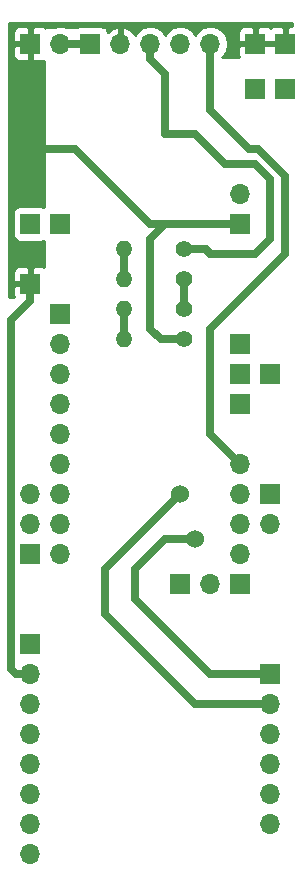
<source format=gbr>
G04 #@! TF.GenerationSoftware,KiCad,Pcbnew,(5.0.2)-1*
G04 #@! TF.CreationDate,2020-07-01T14:38:25-04:00*
G04 #@! TF.ProjectId,PCB2,50434232-2e6b-4696-9361-645f70636258,rev?*
G04 #@! TF.SameCoordinates,Original*
G04 #@! TF.FileFunction,Copper,L1,Top*
G04 #@! TF.FilePolarity,Positive*
%FSLAX46Y46*%
G04 Gerber Fmt 4.6, Leading zero omitted, Abs format (unit mm)*
G04 Created by KiCad (PCBNEW (5.0.2)-1) date 7/1/2020 2:38:25 PM*
%MOMM*%
%LPD*%
G01*
G04 APERTURE LIST*
G04 #@! TA.AperFunction,ComponentPad*
%ADD10R,1.700000X1.700000*%
G04 #@! TD*
G04 #@! TA.AperFunction,ComponentPad*
%ADD11O,1.700000X1.700000*%
G04 #@! TD*
G04 #@! TA.AperFunction,ComponentPad*
%ADD12O,1.400000X1.400000*%
G04 #@! TD*
G04 #@! TA.AperFunction,ComponentPad*
%ADD13C,1.400000*%
G04 #@! TD*
G04 #@! TA.AperFunction,ViaPad*
%ADD14C,1.524000*%
G04 #@! TD*
G04 #@! TA.AperFunction,Conductor*
%ADD15C,0.635000*%
G04 #@! TD*
G04 #@! TA.AperFunction,Conductor*
%ADD16C,0.254000*%
G04 #@! TD*
G04 APERTURE END LIST*
D10*
G04 #@! TO.P,J5,1*
G04 #@! TO.N,/3V*
X119380000Y-86360000D03*
G04 #@! TD*
G04 #@! TO.P,J2,1*
G04 #@! TO.N,/3V*
X116840000Y-86360000D03*
G04 #@! TD*
G04 #@! TO.P,J6,1*
G04 #@! TO.N,/A1*
X119380000Y-93980000D03*
D11*
G04 #@! TO.P,J6,2*
G04 #@! TO.N,/A2*
X119380000Y-96520000D03*
G04 #@! TO.P,J6,3*
G04 #@! TO.N,/A3*
X119380000Y-99060000D03*
G04 #@! TO.P,J6,4*
G04 #@! TO.N,/A4*
X119380000Y-101600000D03*
G04 #@! TO.P,J6,5*
G04 #@! TO.N,/A5*
X119380000Y-104140000D03*
G04 #@! TO.P,J6,6*
G04 #@! TO.N,/A6*
X119380000Y-106680000D03*
G04 #@! TO.P,J6,7*
G04 #@! TO.N,/SCK*
X119380000Y-109220000D03*
G04 #@! TO.P,J6,8*
G04 #@! TO.N,/MOSI*
X119380000Y-111760000D03*
G04 #@! TO.P,J6,9*
G04 #@! TO.N,/MISO*
X119380000Y-114300000D03*
G04 #@! TD*
D10*
G04 #@! TO.P,J1,1*
G04 #@! TO.N,/3V*
X116840000Y-121920000D03*
D11*
G04 #@! TO.P,J1,2*
G04 #@! TO.N,GND*
X116840000Y-124460000D03*
G04 #@! TO.P,J1,3*
G04 #@! TO.N,/A6*
X116840000Y-127000000D03*
G04 #@! TO.P,J1,4*
G04 #@! TO.N,/A5*
X116840000Y-129540000D03*
G04 #@! TO.P,J1,5*
G04 #@! TO.N,/A4*
X116840000Y-132080000D03*
G04 #@! TO.P,J1,6*
G04 #@! TO.N,/A3*
X116840000Y-134620000D03*
G04 #@! TO.P,J1,7*
G04 #@! TO.N,/A2*
X116840000Y-137160000D03*
G04 #@! TO.P,J1,8*
G04 #@! TO.N,/A1*
X116840000Y-139700000D03*
G04 #@! TD*
D10*
G04 #@! TO.P,J3,1*
G04 #@! TO.N,GND*
X116840000Y-91440000D03*
G04 #@! TD*
G04 #@! TO.P,J4,1*
G04 #@! TO.N,/MISO*
X116840000Y-114300000D03*
D11*
G04 #@! TO.P,J4,2*
G04 #@! TO.N,/MOSI*
X116840000Y-111760000D03*
G04 #@! TO.P,J4,3*
G04 #@! TO.N,/SCK*
X116840000Y-109220000D03*
G04 #@! TD*
D10*
G04 #@! TO.P,J7,1*
G04 #@! TO.N,Net-(J14-Pad6)*
X129540000Y-116840000D03*
D11*
G04 #@! TO.P,J7,2*
G04 #@! TO.N,Net-(J14-Pad5)*
X132080000Y-116840000D03*
G04 #@! TD*
G04 #@! TO.P,J8,2*
G04 #@! TO.N,/DRV*
X134620000Y-83820000D03*
D10*
G04 #@! TO.P,J8,1*
G04 #@! TO.N,GND*
X134620000Y-86360000D03*
G04 #@! TD*
G04 #@! TO.P,J9,1*
G04 #@! TO.N,Net-(J14-Pad1)*
X134620000Y-101600000D03*
G04 #@! TD*
G04 #@! TO.P,J10,1*
G04 #@! TO.N,/SDCS*
X134620000Y-99060000D03*
G04 #@! TD*
G04 #@! TO.P,J11,1*
G04 #@! TO.N,Net-(J11-Pad1)*
X134620000Y-96520000D03*
G04 #@! TD*
D11*
G04 #@! TO.P,J12,5*
G04 #@! TO.N,/Done*
X134620000Y-106680000D03*
G04 #@! TO.P,J12,4*
G04 #@! TO.N,/SCL*
X134620000Y-109220000D03*
G04 #@! TO.P,J12,3*
G04 #@! TO.N,/SDA*
X134620000Y-111760000D03*
G04 #@! TO.P,J12,2*
G04 #@! TO.N,Net-(J12-Pad2)*
X134620000Y-114300000D03*
D10*
G04 #@! TO.P,J12,1*
G04 #@! TO.N,Net-(J12-Pad1)*
X134620000Y-116840000D03*
G04 #@! TD*
G04 #@! TO.P,J13,1*
G04 #@! TO.N,GND*
X138430000Y-71120000D03*
G04 #@! TD*
G04 #@! TO.P,J14,1*
G04 #@! TO.N,Net-(J14-Pad1)*
X137160000Y-124460000D03*
D11*
G04 #@! TO.P,J14,2*
G04 #@! TO.N,Net-(J11-Pad1)*
X137160000Y-127000000D03*
G04 #@! TO.P,J14,3*
G04 #@! TO.N,Net-(J12-Pad2)*
X137160000Y-129540000D03*
G04 #@! TO.P,J14,4*
G04 #@! TO.N,Net-(J12-Pad1)*
X137160000Y-132080000D03*
G04 #@! TO.P,J14,5*
G04 #@! TO.N,Net-(J14-Pad5)*
X137160000Y-134620000D03*
G04 #@! TO.P,J14,6*
G04 #@! TO.N,Net-(J14-Pad6)*
X137160000Y-137160000D03*
G04 #@! TD*
D10*
G04 #@! TO.P,J15,1*
G04 #@! TO.N,/SDCS*
X137160000Y-99060000D03*
G04 #@! TD*
D11*
G04 #@! TO.P,J16,2*
G04 #@! TO.N,/SDA*
X137160000Y-111760000D03*
D10*
G04 #@! TO.P,J16,1*
G04 #@! TO.N,/SCL*
X137160000Y-109220000D03*
G04 #@! TD*
D11*
G04 #@! TO.P,J17,2*
G04 #@! TO.N,/VDD*
X119380000Y-71120000D03*
D10*
G04 #@! TO.P,J17,1*
G04 #@! TO.N,GND*
X116840000Y-71120000D03*
G04 #@! TD*
G04 #@! TO.P,J18,1*
G04 #@! TO.N,/VDD*
X121920000Y-71120000D03*
D11*
G04 #@! TO.P,J18,2*
G04 #@! TO.N,GND*
X124460000Y-71120000D03*
G04 #@! TO.P,J18,3*
G04 #@! TO.N,/Delay*
X127000000Y-71120000D03*
G04 #@! TO.P,J18,4*
G04 #@! TO.N,/DRV*
X129540000Y-71120000D03*
G04 #@! TO.P,J18,5*
G04 #@! TO.N,/Done*
X132080000Y-71120000D03*
G04 #@! TD*
D12*
G04 #@! TO.P,R1,2*
G04 #@! TO.N,Net-(R1-Pad2)*
X124731316Y-96113477D03*
D13*
G04 #@! TO.P,R1,1*
G04 #@! TO.N,GND*
X129811316Y-96113477D03*
G04 #@! TD*
G04 #@! TO.P,R2,1*
G04 #@! TO.N,Net-(R2-Pad1)*
X129811316Y-93573477D03*
D12*
G04 #@! TO.P,R2,2*
G04 #@! TO.N,Net-(R1-Pad2)*
X124731316Y-93573477D03*
G04 #@! TD*
D13*
G04 #@! TO.P,R3,1*
G04 #@! TO.N,Net-(R2-Pad1)*
X129811316Y-91033477D03*
D12*
G04 #@! TO.P,R3,2*
G04 #@! TO.N,Net-(R3-Pad2)*
X124731316Y-91033477D03*
G04 #@! TD*
G04 #@! TO.P,R4,2*
G04 #@! TO.N,Net-(R3-Pad2)*
X124731316Y-88493477D03*
D13*
G04 #@! TO.P,R4,1*
G04 #@! TO.N,/Delay*
X129811316Y-88493477D03*
G04 #@! TD*
D10*
G04 #@! TO.P,J19,1*
G04 #@! TO.N,GND*
X135890000Y-71120000D03*
G04 #@! TD*
G04 #@! TO.P,J20,1*
G04 #@! TO.N,/DRV*
X138430000Y-74930000D03*
G04 #@! TD*
G04 #@! TO.P,J21,1*
G04 #@! TO.N,/DRV*
X135890000Y-74930000D03*
G04 #@! TD*
D14*
G04 #@! TO.N,Net-(J14-Pad1)*
X130810000Y-113030000D03*
G04 #@! TO.N,Net-(J11-Pad1)*
X129540000Y-109220000D03*
G04 #@! TD*
D15*
G04 #@! TO.N,GND*
X128270000Y-86360000D02*
X134620000Y-86360000D01*
X127000000Y-87630000D02*
X128270000Y-86360000D01*
X127000000Y-95250000D02*
X127000000Y-87630000D01*
X129811316Y-96113477D02*
X127863477Y-96113477D01*
X127863477Y-96113477D02*
X127000000Y-95250000D01*
X128270000Y-86360000D02*
X127000000Y-86360000D01*
X127000000Y-86360000D02*
X120650000Y-80010000D01*
X118110000Y-80010000D02*
X116840000Y-80010000D01*
X119380000Y-80010000D02*
X118110000Y-80010000D01*
X120650000Y-80010000D02*
X119380000Y-80010000D01*
X116840000Y-92925000D02*
X116840000Y-91440000D01*
X115240699Y-94524301D02*
X116840000Y-92925000D01*
X115240699Y-124062780D02*
X115240699Y-94524301D01*
X115637919Y-124460000D02*
X115240699Y-124062780D01*
X116840000Y-124460000D02*
X115637919Y-124460000D01*
G04 #@! TO.N,Net-(J14-Pad1)*
X130810000Y-113030000D02*
X128270000Y-113030000D01*
X128270000Y-113030000D02*
X125730000Y-115570000D01*
X125730000Y-115570000D02*
X125730000Y-118110000D01*
X132080000Y-124460000D02*
X137160000Y-124460000D01*
X125730000Y-118110000D02*
X132080000Y-124460000D01*
G04 #@! TO.N,Net-(J11-Pad1)*
X130810000Y-127000000D02*
X137160000Y-127000000D01*
X123190000Y-119380000D02*
X130810000Y-127000000D01*
X129540000Y-109220000D02*
X123190000Y-115570000D01*
X123190000Y-115570000D02*
X123190000Y-119380000D01*
G04 #@! TO.N,/Done*
X135381258Y-80010000D02*
X132080000Y-76708742D01*
X132080000Y-104140000D02*
X132080000Y-95250000D01*
X134620000Y-106680000D02*
X132080000Y-104140000D01*
X132080000Y-95250000D02*
X138430000Y-88900000D01*
X132080000Y-76708742D02*
X132080000Y-71120000D01*
X138430000Y-88900000D02*
X138430000Y-82311304D01*
X138430000Y-82311304D02*
X136128696Y-80010000D01*
X136128696Y-80010000D02*
X135381258Y-80010000D01*
G04 #@! TO.N,/VDD*
X121920000Y-71120000D02*
X119380000Y-71120000D01*
G04 #@! TO.N,/Delay*
X131673477Y-88493477D02*
X129811316Y-88493477D01*
X127000000Y-72390000D02*
X128270000Y-73660000D01*
X127000000Y-71120000D02*
X127000000Y-72390000D01*
X132080000Y-88900000D02*
X131673477Y-88493477D01*
X128270000Y-73660000D02*
X128270000Y-78740000D01*
X128270000Y-78740000D02*
X130810000Y-78740000D01*
X130810000Y-78740000D02*
X132080000Y-80010000D01*
X132080000Y-80010000D02*
X133350000Y-81280000D01*
X133350000Y-81280000D02*
X135890000Y-81280000D01*
X135890000Y-81280000D02*
X137160000Y-82550000D01*
X137160000Y-82550000D02*
X137160000Y-87630000D01*
X137160000Y-87630000D02*
X135890000Y-88900000D01*
X135890000Y-88900000D02*
X132080000Y-88900000D01*
G04 #@! TO.N,Net-(R1-Pad2)*
X124731316Y-93573477D02*
X124731316Y-96113477D01*
G04 #@! TO.N,Net-(R2-Pad1)*
X129811316Y-91033477D02*
X129811316Y-93573477D01*
G04 #@! TO.N,Net-(R3-Pad2)*
X124731316Y-88493477D02*
X124731316Y-91033477D01*
G04 #@! TD*
D16*
G04 #@! TO.N,GND*
G36*
X138965000Y-69635000D02*
X138715750Y-69635000D01*
X138557000Y-69793750D01*
X138557000Y-70993000D01*
X138577000Y-70993000D01*
X138577000Y-71247000D01*
X138557000Y-71247000D01*
X138557000Y-71267000D01*
X138303000Y-71267000D01*
X138303000Y-71247000D01*
X136017000Y-71247000D01*
X136017000Y-71267000D01*
X135763000Y-71267000D01*
X135763000Y-71247000D01*
X134563750Y-71247000D01*
X134405000Y-71405750D01*
X134405000Y-72096310D01*
X134474045Y-72263000D01*
X133042309Y-72263000D01*
X133150625Y-72190625D01*
X133478839Y-71699418D01*
X133594092Y-71120000D01*
X133478839Y-70540582D01*
X133213645Y-70143690D01*
X134405000Y-70143690D01*
X134405000Y-70834250D01*
X134563750Y-70993000D01*
X135763000Y-70993000D01*
X135763000Y-69793750D01*
X136017000Y-69793750D01*
X136017000Y-70993000D01*
X138303000Y-70993000D01*
X138303000Y-69793750D01*
X138144250Y-69635000D01*
X137453691Y-69635000D01*
X137220302Y-69731673D01*
X137160000Y-69791975D01*
X137099698Y-69731673D01*
X136866309Y-69635000D01*
X136175750Y-69635000D01*
X136017000Y-69793750D01*
X135763000Y-69793750D01*
X135604250Y-69635000D01*
X134913691Y-69635000D01*
X134680302Y-69731673D01*
X134501673Y-69910301D01*
X134405000Y-70143690D01*
X133213645Y-70143690D01*
X133150625Y-70049375D01*
X132659418Y-69721161D01*
X132226256Y-69635000D01*
X131933744Y-69635000D01*
X131500582Y-69721161D01*
X131009375Y-70049375D01*
X130810000Y-70347761D01*
X130610625Y-70049375D01*
X130119418Y-69721161D01*
X129686256Y-69635000D01*
X129393744Y-69635000D01*
X128960582Y-69721161D01*
X128469375Y-70049375D01*
X128270000Y-70347761D01*
X128070625Y-70049375D01*
X127579418Y-69721161D01*
X127146256Y-69635000D01*
X126853744Y-69635000D01*
X126420582Y-69721161D01*
X125929375Y-70049375D01*
X125716157Y-70368478D01*
X125655183Y-70238642D01*
X125226924Y-69848355D01*
X124816890Y-69678524D01*
X124587000Y-69799845D01*
X124587000Y-70993000D01*
X124607000Y-70993000D01*
X124607000Y-71247000D01*
X124587000Y-71247000D01*
X124587000Y-71267000D01*
X124333000Y-71267000D01*
X124333000Y-71247000D01*
X124313000Y-71247000D01*
X124313000Y-70993000D01*
X124333000Y-70993000D01*
X124333000Y-69799845D01*
X124103110Y-69678524D01*
X123693076Y-69848355D01*
X123388739Y-70125708D01*
X123368157Y-70022235D01*
X123317000Y-69945674D01*
X123317000Y-69850000D01*
X123307333Y-69801399D01*
X123279803Y-69760197D01*
X123238601Y-69732667D01*
X123190000Y-69723000D01*
X123094326Y-69723000D01*
X123017765Y-69671843D01*
X122770000Y-69622560D01*
X121070000Y-69622560D01*
X120822235Y-69671843D01*
X120745674Y-69723000D01*
X119962170Y-69723000D01*
X119959418Y-69721161D01*
X119526256Y-69635000D01*
X119233744Y-69635000D01*
X118800582Y-69721161D01*
X118797830Y-69723000D01*
X118110000Y-69723000D01*
X118061399Y-69732667D01*
X118054981Y-69736955D01*
X118049699Y-69731673D01*
X117816310Y-69635000D01*
X117125750Y-69635000D01*
X116967000Y-69793750D01*
X116967000Y-70993000D01*
X116987000Y-70993000D01*
X116987000Y-71247000D01*
X116967000Y-71247000D01*
X116967000Y-72446250D01*
X117125750Y-72605000D01*
X117816310Y-72605000D01*
X117983000Y-72535955D01*
X117983000Y-84942068D01*
X117937765Y-84911843D01*
X117690000Y-84862560D01*
X115990000Y-84862560D01*
X115742235Y-84911843D01*
X115532191Y-85052191D01*
X115391843Y-85262235D01*
X115342560Y-85510000D01*
X115342560Y-87210000D01*
X115391843Y-87457765D01*
X115532191Y-87667809D01*
X115742235Y-87808157D01*
X115990000Y-87857440D01*
X117690000Y-87857440D01*
X117937765Y-87808157D01*
X117983000Y-87777932D01*
X117983000Y-90024046D01*
X117816309Y-89955000D01*
X117125750Y-89955000D01*
X116967000Y-90113750D01*
X116967000Y-91313000D01*
X116987000Y-91313000D01*
X116987000Y-91567000D01*
X116967000Y-91567000D01*
X116967000Y-91587000D01*
X116713000Y-91587000D01*
X116713000Y-91567000D01*
X115513750Y-91567000D01*
X115355000Y-91725750D01*
X115355000Y-92416310D01*
X115424045Y-92583000D01*
X115010000Y-92583000D01*
X115010000Y-90463690D01*
X115355000Y-90463690D01*
X115355000Y-91154250D01*
X115513750Y-91313000D01*
X116713000Y-91313000D01*
X116713000Y-90113750D01*
X116554250Y-89955000D01*
X115863691Y-89955000D01*
X115630302Y-90051673D01*
X115451673Y-90230301D01*
X115355000Y-90463690D01*
X115010000Y-90463690D01*
X115010000Y-72588071D01*
X115035000Y-72462388D01*
X115035000Y-71405750D01*
X115355000Y-71405750D01*
X115355000Y-72096309D01*
X115451673Y-72329698D01*
X115630301Y-72508327D01*
X115863690Y-72605000D01*
X116554250Y-72605000D01*
X116713000Y-72446250D01*
X116713000Y-71247000D01*
X115513750Y-71247000D01*
X115355000Y-71405750D01*
X115035000Y-71405750D01*
X115035000Y-70143691D01*
X115355000Y-70143691D01*
X115355000Y-70834250D01*
X115513750Y-70993000D01*
X116713000Y-70993000D01*
X116713000Y-69793750D01*
X116554250Y-69635000D01*
X115863690Y-69635000D01*
X115630301Y-69731673D01*
X115451673Y-69910302D01*
X115355000Y-70143691D01*
X115035000Y-70143691D01*
X115035000Y-69315000D01*
X138965000Y-69315000D01*
X138965000Y-69635000D01*
X138965000Y-69635000D01*
G37*
X138965000Y-69635000D02*
X138715750Y-69635000D01*
X138557000Y-69793750D01*
X138557000Y-70993000D01*
X138577000Y-70993000D01*
X138577000Y-71247000D01*
X138557000Y-71247000D01*
X138557000Y-71267000D01*
X138303000Y-71267000D01*
X138303000Y-71247000D01*
X136017000Y-71247000D01*
X136017000Y-71267000D01*
X135763000Y-71267000D01*
X135763000Y-71247000D01*
X134563750Y-71247000D01*
X134405000Y-71405750D01*
X134405000Y-72096310D01*
X134474045Y-72263000D01*
X133042309Y-72263000D01*
X133150625Y-72190625D01*
X133478839Y-71699418D01*
X133594092Y-71120000D01*
X133478839Y-70540582D01*
X133213645Y-70143690D01*
X134405000Y-70143690D01*
X134405000Y-70834250D01*
X134563750Y-70993000D01*
X135763000Y-70993000D01*
X135763000Y-69793750D01*
X136017000Y-69793750D01*
X136017000Y-70993000D01*
X138303000Y-70993000D01*
X138303000Y-69793750D01*
X138144250Y-69635000D01*
X137453691Y-69635000D01*
X137220302Y-69731673D01*
X137160000Y-69791975D01*
X137099698Y-69731673D01*
X136866309Y-69635000D01*
X136175750Y-69635000D01*
X136017000Y-69793750D01*
X135763000Y-69793750D01*
X135604250Y-69635000D01*
X134913691Y-69635000D01*
X134680302Y-69731673D01*
X134501673Y-69910301D01*
X134405000Y-70143690D01*
X133213645Y-70143690D01*
X133150625Y-70049375D01*
X132659418Y-69721161D01*
X132226256Y-69635000D01*
X131933744Y-69635000D01*
X131500582Y-69721161D01*
X131009375Y-70049375D01*
X130810000Y-70347761D01*
X130610625Y-70049375D01*
X130119418Y-69721161D01*
X129686256Y-69635000D01*
X129393744Y-69635000D01*
X128960582Y-69721161D01*
X128469375Y-70049375D01*
X128270000Y-70347761D01*
X128070625Y-70049375D01*
X127579418Y-69721161D01*
X127146256Y-69635000D01*
X126853744Y-69635000D01*
X126420582Y-69721161D01*
X125929375Y-70049375D01*
X125716157Y-70368478D01*
X125655183Y-70238642D01*
X125226924Y-69848355D01*
X124816890Y-69678524D01*
X124587000Y-69799845D01*
X124587000Y-70993000D01*
X124607000Y-70993000D01*
X124607000Y-71247000D01*
X124587000Y-71247000D01*
X124587000Y-71267000D01*
X124333000Y-71267000D01*
X124333000Y-71247000D01*
X124313000Y-71247000D01*
X124313000Y-70993000D01*
X124333000Y-70993000D01*
X124333000Y-69799845D01*
X124103110Y-69678524D01*
X123693076Y-69848355D01*
X123388739Y-70125708D01*
X123368157Y-70022235D01*
X123317000Y-69945674D01*
X123317000Y-69850000D01*
X123307333Y-69801399D01*
X123279803Y-69760197D01*
X123238601Y-69732667D01*
X123190000Y-69723000D01*
X123094326Y-69723000D01*
X123017765Y-69671843D01*
X122770000Y-69622560D01*
X121070000Y-69622560D01*
X120822235Y-69671843D01*
X120745674Y-69723000D01*
X119962170Y-69723000D01*
X119959418Y-69721161D01*
X119526256Y-69635000D01*
X119233744Y-69635000D01*
X118800582Y-69721161D01*
X118797830Y-69723000D01*
X118110000Y-69723000D01*
X118061399Y-69732667D01*
X118054981Y-69736955D01*
X118049699Y-69731673D01*
X117816310Y-69635000D01*
X117125750Y-69635000D01*
X116967000Y-69793750D01*
X116967000Y-70993000D01*
X116987000Y-70993000D01*
X116987000Y-71247000D01*
X116967000Y-71247000D01*
X116967000Y-72446250D01*
X117125750Y-72605000D01*
X117816310Y-72605000D01*
X117983000Y-72535955D01*
X117983000Y-84942068D01*
X117937765Y-84911843D01*
X117690000Y-84862560D01*
X115990000Y-84862560D01*
X115742235Y-84911843D01*
X115532191Y-85052191D01*
X115391843Y-85262235D01*
X115342560Y-85510000D01*
X115342560Y-87210000D01*
X115391843Y-87457765D01*
X115532191Y-87667809D01*
X115742235Y-87808157D01*
X115990000Y-87857440D01*
X117690000Y-87857440D01*
X117937765Y-87808157D01*
X117983000Y-87777932D01*
X117983000Y-90024046D01*
X117816309Y-89955000D01*
X117125750Y-89955000D01*
X116967000Y-90113750D01*
X116967000Y-91313000D01*
X116987000Y-91313000D01*
X116987000Y-91567000D01*
X116967000Y-91567000D01*
X116967000Y-91587000D01*
X116713000Y-91587000D01*
X116713000Y-91567000D01*
X115513750Y-91567000D01*
X115355000Y-91725750D01*
X115355000Y-92416310D01*
X115424045Y-92583000D01*
X115010000Y-92583000D01*
X115010000Y-90463690D01*
X115355000Y-90463690D01*
X115355000Y-91154250D01*
X115513750Y-91313000D01*
X116713000Y-91313000D01*
X116713000Y-90113750D01*
X116554250Y-89955000D01*
X115863691Y-89955000D01*
X115630302Y-90051673D01*
X115451673Y-90230301D01*
X115355000Y-90463690D01*
X115010000Y-90463690D01*
X115010000Y-72588071D01*
X115035000Y-72462388D01*
X115035000Y-71405750D01*
X115355000Y-71405750D01*
X115355000Y-72096309D01*
X115451673Y-72329698D01*
X115630301Y-72508327D01*
X115863690Y-72605000D01*
X116554250Y-72605000D01*
X116713000Y-72446250D01*
X116713000Y-71247000D01*
X115513750Y-71247000D01*
X115355000Y-71405750D01*
X115035000Y-71405750D01*
X115035000Y-70143691D01*
X115355000Y-70143691D01*
X115355000Y-70834250D01*
X115513750Y-70993000D01*
X116713000Y-70993000D01*
X116713000Y-69793750D01*
X116554250Y-69635000D01*
X115863690Y-69635000D01*
X115630301Y-69731673D01*
X115451673Y-69910302D01*
X115355000Y-70143691D01*
X115035000Y-70143691D01*
X115035000Y-69315000D01*
X138965000Y-69315000D01*
X138965000Y-69635000D01*
G04 #@! TD*
M02*

</source>
